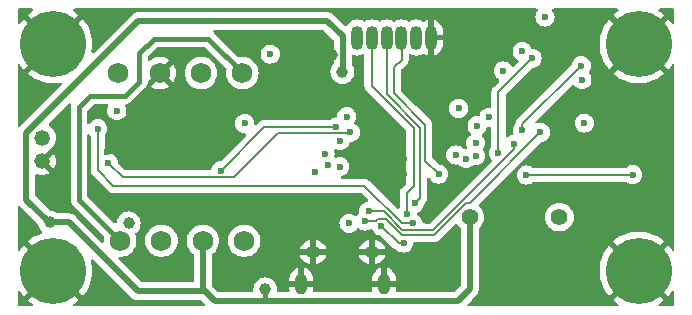
<source format=gbr>
%TF.GenerationSoftware,KiCad,Pcbnew,7.0.1*%
%TF.CreationDate,2023-05-27T07:40:04-07:00*%
%TF.ProjectId,Base-Flight-Computer-Test,42617365-2d46-46c6-9967-68742d436f6d,rev?*%
%TF.SameCoordinates,Original*%
%TF.FileFunction,Copper,L4,Bot*%
%TF.FilePolarity,Positive*%
%FSLAX46Y46*%
G04 Gerber Fmt 4.6, Leading zero omitted, Abs format (unit mm)*
G04 Created by KiCad (PCBNEW 7.0.1) date 2023-05-27 07:40:04*
%MOMM*%
%LPD*%
G01*
G04 APERTURE LIST*
%TA.AperFunction,ComponentPad*%
%ADD10O,1.300000X1.016000*%
%TD*%
%TA.AperFunction,ComponentPad*%
%ADD11O,1.016000X1.778000*%
%TD*%
%TA.AperFunction,ComponentPad*%
%ADD12C,5.588000*%
%TD*%
%TA.AperFunction,ComponentPad*%
%ADD13O,1.016000X2.032000*%
%TD*%
%TA.AperFunction,ComponentPad*%
%ADD14C,1.408000*%
%TD*%
%TA.AperFunction,ComponentPad*%
%ADD15C,1.320800*%
%TD*%
%TA.AperFunction,ComponentPad*%
%ADD16C,1.727200*%
%TD*%
%TA.AperFunction,ViaPad*%
%ADD17C,0.600000*%
%TD*%
%TA.AperFunction,ViaPad*%
%ADD18C,1.000000*%
%TD*%
%TA.AperFunction,Conductor*%
%ADD19C,0.508000*%
%TD*%
%TA.AperFunction,Conductor*%
%ADD20C,0.381000*%
%TD*%
%TA.AperFunction,Conductor*%
%ADD21C,0.177800*%
%TD*%
G04 APERTURE END LIST*
D10*
%TO.P,P2,S1,SHIELD*%
%TO.N,Earth*%
X131454400Y-100525600D03*
X136454400Y-100525600D03*
D11*
%TO.P,P2,S2,SHIELD*%
X130454400Y-103225600D03*
X137454400Y-103225600D03*
%TD*%
D12*
%TO.P,H4,1*%
%TO.N,Earth*%
X109448600Y-102108000D03*
%TD*%
D13*
%TO.P,P3,1,1*%
%TO.N,3.3V*%
X135178000Y-82365000D03*
%TO.P,P3,2,2*%
%TO.N,SWDIO*%
X136428000Y-82365000D03*
%TO.P,P3,3,3*%
%TO.N,SWCLK*%
X137678000Y-82365000D03*
%TO.P,P3,4,4*%
%TO.N,SWO*%
X138928000Y-82365000D03*
%TO.P,P3,5,5*%
%TO.N,NRST*%
X140178000Y-82365000D03*
%TO.P,P3,6,6*%
%TO.N,Earth*%
X141428000Y-82365000D03*
%TD*%
D14*
%TO.P,BZ1,1,-*%
%TO.N,VIN*%
X144703800Y-97561400D03*
%TO.P,BZ1,2,+*%
%TO.N,Net-(BZ1-+)*%
X152303800Y-97561400D03*
%TD*%
D15*
%TO.P,P5,1,5*%
%TO.N,Earth*%
X108508800Y-92837001D03*
%TO.P,P5,2,6*%
%TO.N,Net-(P5-6)*%
X108508800Y-90836999D03*
%TD*%
D12*
%TO.P,H3,1*%
%TO.N,Earth*%
X159004000Y-102108000D03*
%TD*%
D16*
%TO.P,P1,1,5*%
%TO.N,VIN_SW*%
X125467400Y-85372600D03*
%TO.P,P1,2,6*%
%TO.N,Net-(P1A-6)*%
X121967399Y-85372600D03*
%TO.P,P1,3,5*%
%TO.N,Earth*%
X118467399Y-85372600D03*
%TO.P,P1,4,6*%
%TO.N,Net-(P1B-6)*%
X114967398Y-85372600D03*
%TD*%
D12*
%TO.P,H1,1*%
%TO.N,Earth*%
X159004000Y-82931000D03*
%TD*%
D16*
%TO.P,P4,1,5*%
%TO.N,VIN_SW*%
X115112800Y-99568000D03*
%TO.P,P4,2,6*%
%TO.N,Net-(P4A-6)*%
X118612801Y-99568000D03*
%TO.P,P4,3,5*%
%TO.N,VIN*%
X122112801Y-99568000D03*
%TO.P,P4,4,6*%
%TO.N,VIN_SW*%
X125612802Y-99568000D03*
%TD*%
D12*
%TO.P,H2,1*%
%TO.N,Earth*%
X109448600Y-82931000D03*
%TD*%
D17*
%TO.N,Earth*%
X123520200Y-91592400D03*
%TO.N,3.3V*%
X147548600Y-85191600D03*
%TO.N,Earth*%
X154736800Y-87909400D03*
X141147800Y-97891600D03*
X139115800Y-93929200D03*
X139115800Y-92659200D03*
X140690600Y-86156800D03*
X139141200Y-85318600D03*
X136677400Y-91414600D03*
X113969800Y-92075000D03*
X136652000Y-92710000D03*
X137896600Y-93929200D03*
X137845800Y-91414600D03*
X145186400Y-84429600D03*
X136702800Y-93954600D03*
X117779800Y-91617800D03*
D18*
X133045200Y-83820000D03*
D17*
X151028400Y-85725000D03*
X137871200Y-92684600D03*
X139090400Y-91440000D03*
%TO.N,3.3V*%
X127812800Y-83769200D03*
X134493000Y-98094800D03*
X154406600Y-89611200D03*
X131648200Y-93751400D03*
X114833400Y-88569800D03*
X154203400Y-85928200D03*
X143764000Y-88366600D03*
D18*
X115824000Y-98094800D03*
D17*
X151079200Y-80619600D03*
D18*
%TO.N,VIN*%
X133934200Y-85267800D03*
X127406400Y-103682800D03*
X109143800Y-98018600D03*
D17*
%TO.N,DROGUE*%
X134594600Y-90398600D03*
X114122200Y-92989400D03*
%TO.N,MAIN*%
X123621800Y-93649800D03*
X133400800Y-89941400D03*
%TO.N,BOOT*%
X144373600Y-92608400D03*
X149504400Y-94004907D03*
X158496000Y-93980000D03*
%TO.N,SWDIO*%
X139369800Y-97307400D03*
%TO.N,SWCLK*%
X140055600Y-96393000D03*
%TO.N,SWO*%
X142069185Y-93922215D03*
%TO.N,STATUS_B*%
X134289800Y-89052400D03*
X149148800Y-83540600D03*
%TO.N,STATUS_G*%
X149174200Y-90220800D03*
X154152600Y-84734400D03*
%TO.N,STATUS_R*%
X149987000Y-84124800D03*
X147142200Y-92151200D03*
%TO.N,~{FLASH_SS}*%
X132461000Y-92227400D03*
X145338800Y-89814400D03*
%TO.N,USB_DETECT*%
X139115800Y-99771200D03*
X137236200Y-98323400D03*
%TO.N,FLASH_SCK*%
X133731000Y-91084400D03*
X146329400Y-89128600D03*
%TO.N,BP_SCL*%
X135839200Y-97891600D03*
X150698200Y-90398600D03*
%TO.N,BP_SDA*%
X136144000Y-97078800D03*
X148463000Y-91389200D03*
%TO.N,~{MAIN_CONT}*%
X125653800Y-89636600D03*
X143510000Y-92303600D03*
%TO.N,~{DROGUE_CONT}*%
X113207800Y-90093800D03*
X139877800Y-98094800D03*
%TO.N,FLASH_MISO*%
X133705600Y-93294200D03*
X145211800Y-92379800D03*
%TO.N,FLASH_MOSI*%
X145211800Y-91313000D03*
X132689600Y-93167200D03*
%TD*%
D19*
%TO.N,VIN*%
X143713200Y-104673400D02*
X127355600Y-104673400D01*
X122112801Y-103672401D02*
X122275600Y-103835200D01*
X122275600Y-103835200D02*
X116586000Y-103835200D01*
X144703800Y-103682800D02*
X143713200Y-104673400D01*
X133951600Y-82262600D02*
X133951600Y-85250400D01*
X109093000Y-98018600D02*
X107162600Y-96088200D01*
X116586000Y-103835200D02*
X110769400Y-98018600D01*
X107162600Y-96088200D02*
X107162600Y-90474800D01*
X133951600Y-85250400D02*
X133934200Y-85267800D01*
D20*
X127406400Y-104622600D02*
X127355600Y-104673400D01*
D19*
X132664200Y-80975200D02*
X133951600Y-82262600D01*
X109143800Y-98018600D02*
X109093000Y-98018600D01*
X107162600Y-90474800D02*
X116662200Y-80975200D01*
X144703800Y-97561400D02*
X144703800Y-103682800D01*
X110769400Y-98018600D02*
X109143800Y-98018600D01*
X122275600Y-103835200D02*
X123113800Y-104673400D01*
X127355600Y-104673400D02*
X123113800Y-104673400D01*
X116662200Y-80975200D02*
X132664200Y-80975200D01*
D20*
X127406400Y-103682800D02*
X127406400Y-104622600D01*
D19*
X122112801Y-99568000D02*
X122112801Y-103672401D01*
D21*
%TO.N,DROGUE*%
X124731500Y-94191100D02*
X128439900Y-90482700D01*
X134594600Y-90398600D02*
X134510500Y-90482700D01*
X114122200Y-92989400D02*
X115323900Y-94191100D01*
X128439900Y-90482700D02*
X130352800Y-90482700D01*
X115323900Y-94191100D02*
X124731500Y-94191100D01*
X134510500Y-90482700D02*
X130352800Y-90482700D01*
%TO.N,MAIN*%
X123621800Y-93649800D02*
X127330200Y-89941400D01*
X127330200Y-89941400D02*
X133400800Y-89941400D01*
%TO.N,BOOT*%
X158496000Y-93980000D02*
X149504400Y-94004907D01*
%TO.N,SWDIO*%
X139954000Y-94945200D02*
X139954000Y-89992200D01*
X136398000Y-86436200D02*
X136398000Y-82321400D01*
X139369800Y-95529400D02*
X139954000Y-94945200D01*
X139369800Y-97307400D02*
X139369800Y-95529400D01*
X139954000Y-89992200D02*
X136398000Y-86436200D01*
%TO.N,SWCLK*%
X137678000Y-82365000D02*
X137678000Y-87182800D01*
X140512800Y-90017600D02*
X140512800Y-95935800D01*
X137678000Y-87182800D02*
X140512800Y-90017600D01*
X140512800Y-95935800D02*
X140055600Y-96393000D01*
%TO.N,SWO*%
X138277600Y-87096600D02*
X140944600Y-89763600D01*
X138938000Y-82397600D02*
X138938000Y-84226400D01*
X138938000Y-84226400D02*
X138277600Y-84886800D01*
X140944600Y-89763600D02*
X140944600Y-92797630D01*
X138277600Y-84886800D02*
X138277600Y-87096600D01*
X140944600Y-92797630D02*
X142069185Y-93922215D01*
D20*
%TO.N,VIN_SW*%
X115544600Y-87299800D02*
X116738400Y-86106000D01*
X116738400Y-83693000D02*
X117957600Y-82473800D01*
X111633000Y-88265000D02*
X112598200Y-87299800D01*
X122580400Y-82473800D02*
X125476000Y-85369400D01*
X115112800Y-99568000D02*
X111633000Y-96088200D01*
X112598200Y-87299800D02*
X115544600Y-87299800D01*
X111633000Y-96088200D02*
X111633000Y-88265000D01*
X117957600Y-82473800D02*
X122580400Y-82473800D01*
X116738400Y-86106000D02*
X116738400Y-83693000D01*
D21*
%TO.N,STATUS_G*%
X149174200Y-89712800D02*
X154152600Y-84734400D01*
X149174200Y-90220800D02*
X149174200Y-89712800D01*
%TO.N,STATUS_R*%
X147142200Y-92151200D02*
X147142200Y-86969600D01*
X147142200Y-86969600D02*
X149987000Y-84124800D01*
%TO.N,USB_DETECT*%
X137236200Y-98323400D02*
X138684000Y-99771200D01*
X138684000Y-99771200D02*
X139115800Y-99771200D01*
%TO.N,BP_SCL*%
X150698200Y-90398600D02*
X144703800Y-96393000D01*
X136931400Y-97713800D02*
X137591800Y-97713800D01*
X137591800Y-97713800D02*
X138938000Y-99060000D01*
X141706600Y-99060000D02*
X144373600Y-96393000D01*
X136753600Y-97891600D02*
X136931400Y-97713800D01*
X135839200Y-97891600D02*
X136753600Y-97891600D01*
X138938000Y-99060000D02*
X141706600Y-99060000D01*
X144703800Y-96393000D02*
X144373600Y-96393000D01*
%TO.N,BP_SDA*%
X138981074Y-98636100D02*
X141622500Y-98636100D01*
X148463000Y-91795600D02*
X148463000Y-91389200D01*
X137423774Y-97078800D02*
X138981074Y-98636100D01*
X136144000Y-97078800D02*
X137423774Y-97078800D01*
X141622500Y-98636100D02*
X148463000Y-91795600D01*
%TO.N,~{DROGUE_CONT}*%
X135788400Y-94919800D02*
X114528600Y-94919800D01*
X113207800Y-93599000D02*
X113207800Y-90093800D01*
X139877800Y-98094800D02*
X138963400Y-98094800D01*
X114528600Y-94919800D02*
X113207800Y-93599000D01*
X138963400Y-98094800D02*
X135788400Y-94919800D01*
%TD*%
%TA.AperFunction,Conductor*%
%TO.N,Earth*%
G36*
X107701118Y-79922890D02*
G01*
X107746443Y-79967726D01*
X107763499Y-80029157D01*
X107747777Y-80090942D01*
X107703435Y-80136750D01*
X107597340Y-80200584D01*
X107312969Y-80416757D01*
X107300101Y-80428945D01*
X107300101Y-80428947D01*
X109448600Y-82577446D01*
X109448601Y-82577446D01*
X111597097Y-80428947D01*
X111597097Y-80428946D01*
X111584226Y-80416755D01*
X111299859Y-80200584D01*
X111193765Y-80136750D01*
X111149423Y-80090942D01*
X111133701Y-80029157D01*
X111150757Y-79967726D01*
X111196082Y-79922890D01*
X111257694Y-79906500D01*
X150349546Y-79906500D01*
X150405841Y-79920015D01*
X150449864Y-79957615D01*
X150472019Y-80011102D01*
X150467477Y-80068818D01*
X150448751Y-80099375D01*
X150450523Y-80100489D01*
X150443090Y-80112317D01*
X150443089Y-80112319D01*
X150427738Y-80136750D01*
X150346157Y-80266584D01*
X150285982Y-80438555D01*
X150265583Y-80619600D01*
X150285982Y-80800644D01*
X150285982Y-80800646D01*
X150285983Y-80800647D01*
X150346157Y-80972615D01*
X150443089Y-81126881D01*
X150571919Y-81255711D01*
X150726185Y-81352643D01*
X150898153Y-81412817D01*
X151079200Y-81433216D01*
X151260247Y-81412817D01*
X151432215Y-81352643D01*
X151586481Y-81255711D01*
X151715311Y-81126881D01*
X151812243Y-80972615D01*
X151872417Y-80800647D01*
X151892816Y-80619600D01*
X151872417Y-80438553D01*
X151812243Y-80266585D01*
X151715311Y-80112319D01*
X151715309Y-80112317D01*
X151707877Y-80100489D01*
X151709648Y-80099375D01*
X151690923Y-80068818D01*
X151686381Y-80011102D01*
X151708536Y-79957615D01*
X151752559Y-79920015D01*
X151808854Y-79906500D01*
X157194906Y-79906500D01*
X157256518Y-79922890D01*
X157301843Y-79967726D01*
X157318899Y-80029157D01*
X157303177Y-80090942D01*
X157258835Y-80136750D01*
X157152740Y-80200584D01*
X156868369Y-80416757D01*
X156855501Y-80428945D01*
X156855501Y-80428947D01*
X159004000Y-82577446D01*
X159004001Y-82577446D01*
X161152497Y-80428947D01*
X161152497Y-80428946D01*
X161139626Y-80416755D01*
X160855259Y-80200584D01*
X160749165Y-80136750D01*
X160704823Y-80090942D01*
X160689101Y-80029157D01*
X160706157Y-79967726D01*
X160751482Y-79922890D01*
X160813094Y-79906500D01*
X161904500Y-79906500D01*
X161966500Y-79923113D01*
X162011887Y-79968500D01*
X162028500Y-80030500D01*
X162028500Y-81118256D01*
X162012771Y-81178698D01*
X161969576Y-81223808D01*
X161909871Y-81242140D01*
X161848804Y-81229044D01*
X161801867Y-81187843D01*
X161630185Y-80934631D01*
X161503301Y-80785252D01*
X161503300Y-80785251D01*
X159357553Y-82931000D01*
X159357553Y-82931001D01*
X161503300Y-85076746D01*
X161503301Y-85076746D01*
X161630184Y-84927368D01*
X161801867Y-84674156D01*
X161848804Y-84632955D01*
X161909872Y-84619859D01*
X161969576Y-84638191D01*
X162012771Y-84683301D01*
X162028500Y-84743743D01*
X162028500Y-100295256D01*
X162012771Y-100355698D01*
X161969576Y-100400808D01*
X161909871Y-100419140D01*
X161848804Y-100406044D01*
X161801867Y-100364843D01*
X161630185Y-100111631D01*
X161503301Y-99962252D01*
X161503300Y-99962251D01*
X159357553Y-102108000D01*
X159357553Y-102108001D01*
X161503300Y-104253746D01*
X161503301Y-104253746D01*
X161630184Y-104104368D01*
X161801867Y-103851156D01*
X161848804Y-103809955D01*
X161909872Y-103796859D01*
X161969576Y-103815191D01*
X162012771Y-103860301D01*
X162028500Y-103920743D01*
X162028500Y-105008500D01*
X162011887Y-105070500D01*
X161966500Y-105115887D01*
X161904500Y-105132500D01*
X160813094Y-105132500D01*
X160751482Y-105116110D01*
X160706157Y-105071274D01*
X160689101Y-105009843D01*
X160704823Y-104948058D01*
X160749165Y-104902250D01*
X160855259Y-104838415D01*
X161139626Y-104622244D01*
X161152497Y-104610052D01*
X161152497Y-104610051D01*
X159004001Y-102461553D01*
X159004000Y-102461553D01*
X156855501Y-104610051D01*
X156855501Y-104610052D01*
X156868373Y-104622244D01*
X157152740Y-104838415D01*
X157258835Y-104902250D01*
X157303177Y-104948058D01*
X157318899Y-105009843D01*
X157301843Y-105071274D01*
X157256518Y-105116110D01*
X157194906Y-105132500D01*
X144631799Y-105132500D01*
X144575504Y-105118985D01*
X144531481Y-105081385D01*
X144509326Y-105027898D01*
X144513868Y-104970182D01*
X144544118Y-104920819D01*
X144867237Y-104597700D01*
X145197304Y-104267632D01*
X145210929Y-104255857D01*
X145230622Y-104241198D01*
X145263039Y-104202562D01*
X145270327Y-104194609D01*
X145274373Y-104190565D01*
X145293951Y-104165802D01*
X145296155Y-104163097D01*
X145345196Y-104104653D01*
X145345198Y-104104647D01*
X145345926Y-104103781D01*
X145356718Y-104086841D01*
X145357192Y-104085822D01*
X145357195Y-104085820D01*
X145389419Y-104016711D01*
X145390978Y-104013493D01*
X145425194Y-103945366D01*
X145425195Y-103945361D01*
X145425703Y-103944350D01*
X145432294Y-103925389D01*
X145432523Y-103924275D01*
X145432525Y-103924273D01*
X145447945Y-103849585D01*
X145448714Y-103846120D01*
X145466300Y-103771923D01*
X145466300Y-103771920D01*
X145466558Y-103770831D01*
X145468601Y-103750838D01*
X145468568Y-103749712D01*
X145468569Y-103749709D01*
X145466351Y-103673510D01*
X145466300Y-103669906D01*
X145466300Y-102107999D01*
X155705161Y-102107999D01*
X155724499Y-102464660D01*
X155782288Y-102817158D01*
X155877845Y-103161325D01*
X156010055Y-103493147D01*
X156177364Y-103808724D01*
X156377819Y-104104374D01*
X156504697Y-104253746D01*
X156504698Y-104253747D01*
X158650446Y-102108001D01*
X158650446Y-102108000D01*
X156504698Y-99962251D01*
X156504697Y-99962252D01*
X156377819Y-100111625D01*
X156177364Y-100407275D01*
X156010055Y-100722852D01*
X155877845Y-101054674D01*
X155782288Y-101398841D01*
X155724499Y-101751339D01*
X155705161Y-102107999D01*
X145466300Y-102107999D01*
X145466300Y-99605947D01*
X156855501Y-99605947D01*
X159004000Y-101754446D01*
X159004001Y-101754446D01*
X161152497Y-99605947D01*
X161152497Y-99605946D01*
X161139626Y-99593755D01*
X160855259Y-99377584D01*
X160549201Y-99193435D01*
X160225028Y-99043457D01*
X159886533Y-98929404D01*
X159537692Y-98852619D01*
X159182596Y-98814000D01*
X158825404Y-98814000D01*
X158470307Y-98852619D01*
X158121466Y-98929404D01*
X157782971Y-99043457D01*
X157458798Y-99193435D01*
X157152740Y-99377584D01*
X156868369Y-99593757D01*
X156855501Y-99605945D01*
X156855501Y-99605947D01*
X145466300Y-99605947D01*
X145466300Y-98564996D01*
X145475739Y-98517543D01*
X145502619Y-98477315D01*
X145564548Y-98415386D01*
X145636177Y-98343757D01*
X145757867Y-98169966D01*
X145847530Y-97977684D01*
X145902441Y-97772753D01*
X145920932Y-97561400D01*
X151086667Y-97561400D01*
X151105158Y-97772750D01*
X151160070Y-97977685D01*
X151184121Y-98029261D01*
X151249733Y-98169966D01*
X151371423Y-98343757D01*
X151521443Y-98493777D01*
X151695234Y-98615467D01*
X151887516Y-98705130D01*
X152092447Y-98760041D01*
X152303800Y-98778532D01*
X152515153Y-98760041D01*
X152720084Y-98705130D01*
X152912366Y-98615467D01*
X153086157Y-98493777D01*
X153236177Y-98343757D01*
X153357867Y-98169966D01*
X153447530Y-97977684D01*
X153502441Y-97772753D01*
X153520932Y-97561400D01*
X153502441Y-97350047D01*
X153447530Y-97145116D01*
X153357867Y-96952834D01*
X153236177Y-96779043D01*
X153086157Y-96629023D01*
X152912366Y-96507333D01*
X152799231Y-96454577D01*
X152720085Y-96417670D01*
X152515150Y-96362758D01*
X152303800Y-96344267D01*
X152092449Y-96362758D01*
X151887514Y-96417670D01*
X151695236Y-96507332D01*
X151695234Y-96507333D01*
X151521443Y-96629023D01*
X151521439Y-96629026D01*
X151371426Y-96779039D01*
X151371423Y-96779042D01*
X151371423Y-96779043D01*
X151286531Y-96900282D01*
X151249732Y-96952836D01*
X151160070Y-97145114D01*
X151105158Y-97350049D01*
X151086667Y-97561400D01*
X145920932Y-97561400D01*
X145902441Y-97350047D01*
X145847530Y-97145116D01*
X145757867Y-96952834D01*
X145636177Y-96779043D01*
X145487073Y-96629939D01*
X145454979Y-96574352D01*
X145454979Y-96510164D01*
X145487073Y-96454577D01*
X147936744Y-94004906D01*
X148690783Y-94004906D01*
X148711182Y-94185951D01*
X148711182Y-94185953D01*
X148711183Y-94185954D01*
X148771357Y-94357922D01*
X148868289Y-94512188D01*
X148997119Y-94641018D01*
X149151385Y-94737950D01*
X149323353Y-94798124D01*
X149504400Y-94818523D01*
X149685447Y-94798124D01*
X149857415Y-94737950D01*
X150011681Y-94641018D01*
X150015726Y-94636972D01*
X150055798Y-94610156D01*
X150103066Y-94600650D01*
X157899959Y-94579052D01*
X157947592Y-94588425D01*
X157987979Y-94615371D01*
X157988719Y-94616111D01*
X158142985Y-94713043D01*
X158314953Y-94773217D01*
X158496000Y-94793616D01*
X158677047Y-94773217D01*
X158849015Y-94713043D01*
X159003281Y-94616111D01*
X159132111Y-94487281D01*
X159229043Y-94333015D01*
X159289217Y-94161047D01*
X159309616Y-93980000D01*
X159289217Y-93798953D01*
X159229043Y-93626985D01*
X159132111Y-93472719D01*
X159003281Y-93343889D01*
X158849015Y-93246957D01*
X158677047Y-93186783D01*
X158677046Y-93186782D01*
X158677044Y-93186782D01*
X158496000Y-93166383D01*
X158314955Y-93186782D01*
X158142984Y-93246957D01*
X158080683Y-93286104D01*
X157992614Y-93341442D01*
X157988716Y-93343891D01*
X157984668Y-93347939D01*
X157944599Y-93374751D01*
X157897333Y-93384255D01*
X150100443Y-93405853D01*
X150052806Y-93396480D01*
X150012419Y-93369534D01*
X150011682Y-93368797D01*
X150011681Y-93368796D01*
X149857415Y-93271864D01*
X149685447Y-93211690D01*
X149685446Y-93211689D01*
X149685444Y-93211689D01*
X149504400Y-93191290D01*
X149323355Y-93211689D01*
X149151384Y-93271864D01*
X148997117Y-93368797D01*
X148868290Y-93497624D01*
X148771357Y-93651891D01*
X148711182Y-93823862D01*
X148690783Y-94004906D01*
X147936744Y-94004906D01*
X148055502Y-93886148D01*
X150702723Y-91238927D01*
X150736600Y-91214891D01*
X150776518Y-91203391D01*
X150879247Y-91191817D01*
X151051215Y-91131643D01*
X151205481Y-91034711D01*
X151334311Y-90905881D01*
X151431243Y-90751615D01*
X151491417Y-90579647D01*
X151511816Y-90398600D01*
X151491417Y-90217553D01*
X151431243Y-90045585D01*
X151334311Y-89891319D01*
X151205481Y-89762489D01*
X151051215Y-89665557D01*
X150895871Y-89611200D01*
X153592983Y-89611200D01*
X153613382Y-89792244D01*
X153613382Y-89792246D01*
X153613383Y-89792247D01*
X153673557Y-89964215D01*
X153770489Y-90118481D01*
X153899319Y-90247311D01*
X154053585Y-90344243D01*
X154225553Y-90404417D01*
X154406600Y-90424816D01*
X154587647Y-90404417D01*
X154759615Y-90344243D01*
X154913881Y-90247311D01*
X155042711Y-90118481D01*
X155139643Y-89964215D01*
X155199817Y-89792247D01*
X155220216Y-89611200D01*
X155199817Y-89430153D01*
X155139643Y-89258185D01*
X155042711Y-89103919D01*
X154913881Y-88975089D01*
X154759615Y-88878157D01*
X154587647Y-88817983D01*
X154587646Y-88817982D01*
X154587644Y-88817982D01*
X154406600Y-88797583D01*
X154225555Y-88817982D01*
X154053584Y-88878157D01*
X153899317Y-88975090D01*
X153770490Y-89103917D01*
X153673557Y-89258184D01*
X153613382Y-89430155D01*
X153592983Y-89611200D01*
X150895871Y-89611200D01*
X150879247Y-89605383D01*
X150879246Y-89605382D01*
X150879244Y-89605382D01*
X150698200Y-89584983D01*
X150517154Y-89605382D01*
X150428967Y-89636240D01*
X150363139Y-89640678D01*
X150304353Y-89610724D01*
X150269252Y-89554860D01*
X150267772Y-89488900D01*
X150300330Y-89431519D01*
X153352800Y-86379049D01*
X153399524Y-86349690D01*
X153454363Y-86343512D01*
X153506451Y-86361738D01*
X153545471Y-86400758D01*
X153567289Y-86435481D01*
X153696119Y-86564311D01*
X153850385Y-86661243D01*
X154022353Y-86721417D01*
X154203400Y-86741816D01*
X154384447Y-86721417D01*
X154556415Y-86661243D01*
X154710681Y-86564311D01*
X154839511Y-86435481D01*
X154936443Y-86281215D01*
X154996617Y-86109247D01*
X155017016Y-85928200D01*
X154996617Y-85747153D01*
X154936443Y-85575185D01*
X154847135Y-85433052D01*
X156855501Y-85433052D01*
X156868373Y-85445244D01*
X157152740Y-85661415D01*
X157458798Y-85845564D01*
X157782971Y-85995542D01*
X158121466Y-86109595D01*
X158470307Y-86186380D01*
X158825404Y-86225000D01*
X159182596Y-86225000D01*
X159537692Y-86186380D01*
X159886533Y-86109595D01*
X160225028Y-85995542D01*
X160549201Y-85845564D01*
X160855259Y-85661415D01*
X161139626Y-85445244D01*
X161152497Y-85433052D01*
X161152497Y-85433051D01*
X159004001Y-83284553D01*
X159004000Y-83284553D01*
X156855501Y-85433051D01*
X156855501Y-85433052D01*
X154847135Y-85433052D01*
X154839511Y-85420919D01*
X154809072Y-85390480D01*
X154779711Y-85343753D01*
X154773533Y-85288915D01*
X154791757Y-85236831D01*
X154885643Y-85087415D01*
X154945817Y-84915447D01*
X154966216Y-84734400D01*
X154945817Y-84553353D01*
X154885643Y-84381385D01*
X154788711Y-84227119D01*
X154659881Y-84098289D01*
X154505615Y-84001357D01*
X154333647Y-83941183D01*
X154333646Y-83941182D01*
X154333644Y-83941182D01*
X154152600Y-83920783D01*
X153971555Y-83941182D01*
X153799584Y-84001357D01*
X153645317Y-84098290D01*
X153516490Y-84227117D01*
X153419557Y-84381384D01*
X153359382Y-84553355D01*
X153347808Y-84656081D01*
X153336308Y-84695999D01*
X153312269Y-84729878D01*
X148785212Y-89256935D01*
X148773021Y-89267627D01*
X148748130Y-89286727D01*
X148664678Y-89395483D01*
X148664679Y-89395484D01*
X148652372Y-89411523D01*
X148592177Y-89556847D01*
X148582117Y-89633254D01*
X148570391Y-89671910D01*
X148546862Y-89704746D01*
X148538089Y-89713519D01*
X148441157Y-89867784D01*
X148380982Y-90039755D01*
X148360583Y-90220799D01*
X148380982Y-90401844D01*
X148380982Y-90401846D01*
X148380983Y-90401847D01*
X148384862Y-90412934D01*
X148391226Y-90431119D01*
X148397404Y-90485956D01*
X148379179Y-90538043D01*
X148340159Y-90577065D01*
X148288072Y-90595293D01*
X148281955Y-90595982D01*
X148109984Y-90656157D01*
X147955717Y-90753090D01*
X147951281Y-90757527D01*
X147901918Y-90787777D01*
X147844202Y-90792319D01*
X147790715Y-90770164D01*
X147753115Y-90726141D01*
X147739600Y-90669846D01*
X147739600Y-87268413D01*
X147749039Y-87220960D01*
X147775919Y-87180732D01*
X148871768Y-86084883D01*
X149991523Y-84965127D01*
X150025400Y-84941091D01*
X150065318Y-84929591D01*
X150168047Y-84918017D01*
X150340015Y-84857843D01*
X150494281Y-84760911D01*
X150623111Y-84632081D01*
X150720043Y-84477815D01*
X150780217Y-84305847D01*
X150800616Y-84124800D01*
X150780217Y-83943753D01*
X150720043Y-83771785D01*
X150623111Y-83617519D01*
X150494281Y-83488689D01*
X150340015Y-83391757D01*
X150168047Y-83331583D01*
X150168046Y-83331582D01*
X150168044Y-83331582D01*
X149999975Y-83312645D01*
X149936546Y-83286372D01*
X149896818Y-83230380D01*
X149881844Y-83187587D01*
X149847601Y-83133090D01*
X149784911Y-83033319D01*
X149682592Y-82931000D01*
X155705161Y-82931000D01*
X155724499Y-83287660D01*
X155782288Y-83640158D01*
X155877845Y-83984325D01*
X156010055Y-84316147D01*
X156177364Y-84631724D01*
X156377819Y-84927374D01*
X156504697Y-85076746D01*
X156504698Y-85076747D01*
X158650446Y-82931001D01*
X158650446Y-82931000D01*
X156504698Y-80785251D01*
X156504697Y-80785252D01*
X156377819Y-80934625D01*
X156177364Y-81230275D01*
X156010055Y-81545852D01*
X155877845Y-81877674D01*
X155782288Y-82221841D01*
X155724499Y-82574339D01*
X155705161Y-82931000D01*
X149682592Y-82931000D01*
X149656081Y-82904489D01*
X149501815Y-82807557D01*
X149329847Y-82747383D01*
X149329846Y-82747382D01*
X149329844Y-82747382D01*
X149148800Y-82726983D01*
X148967755Y-82747382D01*
X148795784Y-82807557D01*
X148641517Y-82904490D01*
X148512690Y-83033317D01*
X148415757Y-83187584D01*
X148355582Y-83359555D01*
X148335183Y-83540600D01*
X148355582Y-83721644D01*
X148355582Y-83721646D01*
X148355583Y-83721647D01*
X148415757Y-83893615D01*
X148512689Y-84047881D01*
X148641519Y-84176711D01*
X148785431Y-84267137D01*
X148824450Y-84306156D01*
X148842676Y-84358244D01*
X148836498Y-84413083D01*
X148807137Y-84459809D01*
X148448207Y-84818739D01*
X148401481Y-84848099D01*
X148346643Y-84854278D01*
X148294554Y-84836052D01*
X148255532Y-84797030D01*
X148232837Y-84760911D01*
X148184711Y-84684319D01*
X148055881Y-84555489D01*
X147901615Y-84458557D01*
X147729647Y-84398383D01*
X147729646Y-84398382D01*
X147729644Y-84398382D01*
X147548600Y-84377983D01*
X147367555Y-84398382D01*
X147195584Y-84458557D01*
X147041317Y-84555490D01*
X146912490Y-84684317D01*
X146815557Y-84838584D01*
X146755382Y-85010555D01*
X146734983Y-85191599D01*
X146755382Y-85372644D01*
X146755382Y-85372646D01*
X146755383Y-85372647D01*
X146815557Y-85544615D01*
X146912489Y-85698881D01*
X147041319Y-85827711D01*
X147154030Y-85898532D01*
X147193052Y-85937554D01*
X147211278Y-85989643D01*
X147205100Y-86044481D01*
X147175739Y-86091207D01*
X146753212Y-86513735D01*
X146741021Y-86524427D01*
X146716130Y-86543527D01*
X146628523Y-86657698D01*
X146628523Y-86657700D01*
X146620371Y-86668323D01*
X146620372Y-86668323D01*
X146560177Y-86813647D01*
X146539644Y-86969600D01*
X146543739Y-87000698D01*
X146544800Y-87016883D01*
X146544800Y-88200497D01*
X146525794Y-88266469D01*
X146474602Y-88312217D01*
X146406917Y-88323717D01*
X146329400Y-88314983D01*
X146148355Y-88335382D01*
X145976384Y-88395557D01*
X145822117Y-88492490D01*
X145693290Y-88621317D01*
X145596355Y-88775587D01*
X145543435Y-88926823D01*
X145514075Y-88973549D01*
X145467349Y-89002909D01*
X145412511Y-89009088D01*
X145338800Y-89000783D01*
X145157755Y-89021182D01*
X144985784Y-89081357D01*
X144831517Y-89178290D01*
X144702690Y-89307117D01*
X144605757Y-89461384D01*
X144545582Y-89633355D01*
X144525183Y-89814400D01*
X144545582Y-89995444D01*
X144545582Y-89995446D01*
X144545583Y-89995447D01*
X144605757Y-90167415D01*
X144679401Y-90284619D01*
X144702690Y-90321682D01*
X144811587Y-90430579D01*
X144840947Y-90477305D01*
X144847126Y-90532143D01*
X144828900Y-90584231D01*
X144789879Y-90623253D01*
X144704518Y-90676889D01*
X144575690Y-90805717D01*
X144478757Y-90959984D01*
X144418582Y-91131955D01*
X144398183Y-91312999D01*
X144418582Y-91494044D01*
X144418582Y-91494046D01*
X144418583Y-91494047D01*
X144452746Y-91591681D01*
X144466762Y-91631735D01*
X144472940Y-91686573D01*
X144454714Y-91738661D01*
X144415692Y-91777683D01*
X144363604Y-91795909D01*
X144227107Y-91811289D01*
X144172269Y-91805111D01*
X144125542Y-91775750D01*
X144017282Y-91667490D01*
X144017281Y-91667489D01*
X143863015Y-91570557D01*
X143691047Y-91510383D01*
X143691046Y-91510382D01*
X143691044Y-91510382D01*
X143510000Y-91489983D01*
X143328955Y-91510382D01*
X143156984Y-91570557D01*
X143002717Y-91667490D01*
X142873890Y-91796317D01*
X142776957Y-91950584D01*
X142716782Y-92122555D01*
X142696383Y-92303600D01*
X142716782Y-92484644D01*
X142716782Y-92484646D01*
X142716783Y-92484647D01*
X142776957Y-92656615D01*
X142873889Y-92810881D01*
X143002719Y-92939711D01*
X143156985Y-93036643D01*
X143328953Y-93096817D01*
X143449651Y-93110416D01*
X143509999Y-93117216D01*
X143509999Y-93117215D01*
X143510000Y-93117216D01*
X143656493Y-93100710D01*
X143711330Y-93106888D01*
X143758057Y-93136248D01*
X143866319Y-93244511D01*
X144020585Y-93341443D01*
X144192553Y-93401617D01*
X144373600Y-93422016D01*
X144554647Y-93401617D01*
X144726615Y-93341443D01*
X144880881Y-93244511D01*
X144918086Y-93207304D01*
X144964812Y-93177945D01*
X145019651Y-93171766D01*
X145030752Y-93173016D01*
X145030753Y-93173017D01*
X145211800Y-93193416D01*
X145392847Y-93173017D01*
X145564815Y-93112843D01*
X145719081Y-93015911D01*
X145847911Y-92887081D01*
X145944843Y-92732815D01*
X146005017Y-92560847D01*
X146025416Y-92379800D01*
X146005017Y-92198753D01*
X145944843Y-92026785D01*
X145872951Y-91912370D01*
X145853945Y-91846400D01*
X145872951Y-91780429D01*
X145944843Y-91666015D01*
X146005017Y-91494047D01*
X146025416Y-91313000D01*
X146005017Y-91131953D01*
X145944843Y-90959985D01*
X145847911Y-90805719D01*
X145739012Y-90696820D01*
X145709651Y-90650093D01*
X145703473Y-90595255D01*
X145721699Y-90543167D01*
X145760717Y-90504148D01*
X145846081Y-90450511D01*
X145974911Y-90321681D01*
X146071843Y-90167415D01*
X146124764Y-90016172D01*
X146154122Y-89969450D01*
X146200849Y-89940089D01*
X146255688Y-89933911D01*
X146329400Y-89942216D01*
X146406917Y-89933483D01*
X146474602Y-89944983D01*
X146525794Y-89990731D01*
X146544800Y-90056703D01*
X146544800Y-91553846D01*
X146535361Y-91601299D01*
X146508481Y-91641527D01*
X146506090Y-91643917D01*
X146409157Y-91798184D01*
X146348982Y-91970155D01*
X146328583Y-92151200D01*
X146348982Y-92332244D01*
X146348982Y-92332246D01*
X146348983Y-92332247D01*
X146409157Y-92504215D01*
X146505843Y-92658090D01*
X146506090Y-92658482D01*
X146542997Y-92695389D01*
X146575091Y-92750976D01*
X146575091Y-92815164D01*
X146542997Y-92870751D01*
X141411368Y-98002381D01*
X141371140Y-98029261D01*
X141323687Y-98038700D01*
X140795908Y-98038700D01*
X140737966Y-98024330D01*
X140693454Y-97984551D01*
X140672688Y-97928582D01*
X140671017Y-97913755D01*
X140671017Y-97913753D01*
X140610843Y-97741785D01*
X140513911Y-97587519D01*
X140385081Y-97458689D01*
X140335212Y-97427354D01*
X140271480Y-97387308D01*
X140225733Y-97336116D01*
X140214233Y-97268431D01*
X140240506Y-97205002D01*
X140296496Y-97165274D01*
X140408615Y-97126043D01*
X140562881Y-97029111D01*
X140691711Y-96900281D01*
X140788643Y-96746015D01*
X140848817Y-96574047D01*
X140860391Y-96471317D01*
X140871891Y-96431399D01*
X140895927Y-96397522D01*
X140901792Y-96391657D01*
X140913982Y-96380968D01*
X140938871Y-96361871D01*
X141034628Y-96237077D01*
X141094823Y-96091753D01*
X141100158Y-96051228D01*
X141115355Y-95935800D01*
X141111261Y-95904702D01*
X141110200Y-95888517D01*
X141110200Y-94346059D01*
X141126352Y-94284864D01*
X141170600Y-94239611D01*
X141231417Y-94222090D01*
X141292959Y-94236865D01*
X141339193Y-94280086D01*
X141433074Y-94429496D01*
X141561904Y-94558326D01*
X141716170Y-94655258D01*
X141888138Y-94715432D01*
X142069185Y-94735831D01*
X142250232Y-94715432D01*
X142422200Y-94655258D01*
X142576466Y-94558326D01*
X142705296Y-94429496D01*
X142802228Y-94275230D01*
X142862402Y-94103262D01*
X142882801Y-93922215D01*
X142882741Y-93921686D01*
X142869198Y-93801482D01*
X142862402Y-93741168D01*
X142802228Y-93569200D01*
X142705296Y-93414934D01*
X142576466Y-93286104D01*
X142422200Y-93189172D01*
X142250232Y-93128998D01*
X142250231Y-93128997D01*
X142250229Y-93128997D01*
X142147501Y-93117422D01*
X142107583Y-93105922D01*
X142073704Y-93081883D01*
X141578319Y-92586498D01*
X141551439Y-92546270D01*
X141542000Y-92498817D01*
X141542000Y-89810888D01*
X141543061Y-89794702D01*
X141543621Y-89790447D01*
X141547156Y-89763600D01*
X141526623Y-89607647D01*
X141466428Y-89462323D01*
X141394713Y-89368861D01*
X141394711Y-89368859D01*
X141370671Y-89337529D01*
X141345780Y-89318429D01*
X141333588Y-89307736D01*
X140392452Y-88366600D01*
X142950383Y-88366600D01*
X142970782Y-88547644D01*
X142970782Y-88547646D01*
X142970783Y-88547647D01*
X143030957Y-88719615D01*
X143127889Y-88873881D01*
X143256719Y-89002711D01*
X143410985Y-89099643D01*
X143582953Y-89159817D01*
X143764000Y-89180216D01*
X143945047Y-89159817D01*
X144117015Y-89099643D01*
X144271281Y-89002711D01*
X144400111Y-88873881D01*
X144497043Y-88719615D01*
X144557217Y-88547647D01*
X144577616Y-88366600D01*
X144557217Y-88185553D01*
X144497043Y-88013585D01*
X144400111Y-87859319D01*
X144271281Y-87730489D01*
X144117015Y-87633557D01*
X143945047Y-87573383D01*
X143945046Y-87573382D01*
X143945044Y-87573382D01*
X143764000Y-87552983D01*
X143582955Y-87573382D01*
X143410984Y-87633557D01*
X143256717Y-87730490D01*
X143127890Y-87859317D01*
X143030957Y-88013584D01*
X142970782Y-88185555D01*
X142950383Y-88366600D01*
X140392452Y-88366600D01*
X140152079Y-88126227D01*
X138911318Y-86885467D01*
X138884439Y-86845240D01*
X138875000Y-86797787D01*
X138875000Y-85185613D01*
X138884439Y-85138160D01*
X138911319Y-85097932D01*
X139093807Y-84915444D01*
X139326996Y-84682254D01*
X139339186Y-84671565D01*
X139364071Y-84652471D01*
X139426302Y-84571370D01*
X139459828Y-84527677D01*
X139520023Y-84382353D01*
X139540556Y-84226400D01*
X139536460Y-84195295D01*
X139535400Y-84179110D01*
X139535400Y-83889001D01*
X139551509Y-83827882D01*
X139595651Y-83782643D01*
X139656357Y-83765038D01*
X139717852Y-83779642D01*
X139787120Y-83816667D01*
X139978731Y-83874792D01*
X140178000Y-83894418D01*
X140377269Y-83874792D01*
X140568880Y-83816667D01*
X140745469Y-83722278D01*
X140745475Y-83722273D01*
X140753561Y-83717951D01*
X140812015Y-83703309D01*
X140870468Y-83717951D01*
X141040389Y-83808776D01*
X141177998Y-83850519D01*
X141178000Y-83850519D01*
X141178000Y-83096558D01*
X141178597Y-83084404D01*
X141194500Y-82922934D01*
X141194500Y-82615000D01*
X141678000Y-82615000D01*
X141678000Y-83850519D01*
X141678001Y-83850519D01*
X141815610Y-83808776D01*
X141990722Y-83715176D01*
X142144212Y-83589212D01*
X142270176Y-83435722D01*
X142363776Y-83260611D01*
X142421414Y-83070604D01*
X142436000Y-82922518D01*
X142436000Y-82615000D01*
X141678000Y-82615000D01*
X141194500Y-82615000D01*
X141194500Y-82115000D01*
X141678000Y-82115000D01*
X142436000Y-82115000D01*
X142436000Y-81807482D01*
X142421414Y-81659395D01*
X142363776Y-81469388D01*
X142270176Y-81294277D01*
X142144212Y-81140787D01*
X141990722Y-81014823D01*
X141815610Y-80921223D01*
X141678001Y-80879480D01*
X141678000Y-80879481D01*
X141678000Y-82115000D01*
X141194500Y-82115000D01*
X141194500Y-81807066D01*
X141178597Y-81645596D01*
X141178000Y-81633442D01*
X141178000Y-80879481D01*
X141177998Y-80879480D01*
X141040389Y-80921223D01*
X140870468Y-81012048D01*
X140812015Y-81026690D01*
X140753561Y-81012048D01*
X140745471Y-81007724D01*
X140745469Y-81007722D01*
X140568880Y-80913333D01*
X140457286Y-80879481D01*
X140377270Y-80855208D01*
X140178000Y-80835582D01*
X139978729Y-80855208D01*
X139787119Y-80913332D01*
X139611453Y-81007228D01*
X139553000Y-81021870D01*
X139494547Y-81007228D01*
X139318880Y-80913332D01*
X139127270Y-80855208D01*
X138928000Y-80835582D01*
X138728729Y-80855208D01*
X138537119Y-80913332D01*
X138361453Y-81007228D01*
X138303000Y-81021870D01*
X138244547Y-81007228D01*
X138068880Y-80913332D01*
X137877270Y-80855208D01*
X137678000Y-80835582D01*
X137478729Y-80855208D01*
X137287119Y-80913332D01*
X137111453Y-81007228D01*
X137053000Y-81021870D01*
X136994547Y-81007228D01*
X136818880Y-80913332D01*
X136627270Y-80855208D01*
X136428000Y-80835582D01*
X136228729Y-80855208D01*
X136037119Y-80913332D01*
X135861453Y-81007228D01*
X135803000Y-81021870D01*
X135744547Y-81007228D01*
X135568880Y-80913332D01*
X135377270Y-80855208D01*
X135178000Y-80835582D01*
X134978729Y-80855208D01*
X134787119Y-80913332D01*
X134610532Y-81007721D01*
X134455747Y-81134747D01*
X134328720Y-81289533D01*
X134312840Y-81319241D01*
X134274882Y-81362166D01*
X134221677Y-81383442D01*
X134164587Y-81378525D01*
X134115803Y-81348465D01*
X133249037Y-80481699D01*
X133237255Y-80468066D01*
X133222597Y-80448377D01*
X133183973Y-80415968D01*
X133175993Y-80408655D01*
X133171966Y-80404628D01*
X133171965Y-80404627D01*
X133147217Y-80385059D01*
X133144473Y-80382824D01*
X133086053Y-80333804D01*
X133086051Y-80333803D01*
X133085185Y-80333076D01*
X133068236Y-80322278D01*
X132998114Y-80289580D01*
X132994868Y-80288008D01*
X132925765Y-80253303D01*
X132906776Y-80246702D01*
X132831041Y-80231064D01*
X132827523Y-80230284D01*
X132752232Y-80212441D01*
X132732238Y-80210398D01*
X132664905Y-80212357D01*
X132654910Y-80212648D01*
X132651306Y-80212700D01*
X116726782Y-80212700D01*
X116708812Y-80211391D01*
X116684527Y-80207834D01*
X116634306Y-80212228D01*
X116623499Y-80212700D01*
X116617787Y-80212700D01*
X116586456Y-80216361D01*
X116582874Y-80216727D01*
X116505842Y-80223467D01*
X116486211Y-80227819D01*
X116485158Y-80228201D01*
X116485158Y-80228202D01*
X116434952Y-80246475D01*
X116413521Y-80254275D01*
X116410116Y-80255458D01*
X116336699Y-80279786D01*
X116318595Y-80288551D01*
X116253979Y-80331049D01*
X116250940Y-80332985D01*
X116185102Y-80373596D01*
X116169503Y-80386303D01*
X116116429Y-80442557D01*
X116113917Y-80445143D01*
X112893929Y-83665131D01*
X112840714Y-83696564D01*
X112778936Y-83698405D01*
X112723944Y-83670197D01*
X112689398Y-83618948D01*
X112683881Y-83557389D01*
X112728100Y-83287660D01*
X112747438Y-82931000D01*
X112728100Y-82574339D01*
X112670311Y-82221841D01*
X112574754Y-81877674D01*
X112442544Y-81545852D01*
X112275235Y-81230275D01*
X112074780Y-80934625D01*
X111947901Y-80785252D01*
X111947900Y-80785251D01*
X109448600Y-83284553D01*
X107300101Y-85433051D01*
X107300101Y-85433052D01*
X107312973Y-85445244D01*
X107597340Y-85661415D01*
X107903398Y-85845564D01*
X108227571Y-85995542D01*
X108566066Y-86109595D01*
X108914907Y-86186380D01*
X109270004Y-86225000D01*
X109627196Y-86225000D01*
X109982287Y-86186381D01*
X110068544Y-86167394D01*
X110131598Y-86169957D01*
X110185225Y-86203220D01*
X110215537Y-86258569D01*
X110214682Y-86321668D01*
X110182883Y-86376176D01*
X106669100Y-89889960D01*
X106655470Y-89901739D01*
X106624155Y-89925054D01*
X106622411Y-89922711D01*
X106594546Y-89942955D01*
X106535134Y-89951302D01*
X106478758Y-89930781D01*
X106438614Y-89886195D01*
X106424100Y-89827982D01*
X106424100Y-84743744D01*
X106439829Y-84683302D01*
X106483024Y-84638192D01*
X106542729Y-84619860D01*
X106603796Y-84632956D01*
X106650733Y-84674157D01*
X106822414Y-84927368D01*
X106949297Y-85076746D01*
X106949298Y-85076747D01*
X109095046Y-82931001D01*
X109095046Y-82931000D01*
X106949298Y-80785251D01*
X106949297Y-80785252D01*
X106822414Y-80934630D01*
X106650733Y-81187843D01*
X106603796Y-81229044D01*
X106542729Y-81242140D01*
X106483024Y-81223808D01*
X106439829Y-81178698D01*
X106424100Y-81118256D01*
X106424100Y-80030500D01*
X106440713Y-79968500D01*
X106486100Y-79923113D01*
X106548100Y-79906500D01*
X107639506Y-79906500D01*
X107701118Y-79922890D01*
G37*
%TD.AperFunction*%
%TA.AperFunction,Conductor*%
G36*
X106586418Y-96609468D02*
G01*
X106635781Y-96639718D01*
X108111693Y-98115631D01*
X108136106Y-98150294D01*
X108147415Y-98191156D01*
X108149892Y-98216304D01*
X108207558Y-98406403D01*
X108301204Y-98581603D01*
X108323803Y-98609139D01*
X108427232Y-98735168D01*
X108462494Y-98764107D01*
X108500258Y-98817295D01*
X108505800Y-98882293D01*
X108477585Y-98941110D01*
X108423422Y-98977467D01*
X108227569Y-99043458D01*
X107903398Y-99193435D01*
X107597340Y-99377584D01*
X107312969Y-99593757D01*
X107300101Y-99605945D01*
X107300101Y-99605947D01*
X109448600Y-101754447D01*
X111947900Y-104253746D01*
X111947901Y-104253746D01*
X112074784Y-104104368D01*
X112275232Y-103808731D01*
X112442544Y-103493147D01*
X112574754Y-103161325D01*
X112670311Y-102817158D01*
X112728100Y-102464660D01*
X112747438Y-102107999D01*
X112728100Y-101751339D01*
X112670312Y-101398844D01*
X112642261Y-101297816D01*
X112641737Y-101233414D01*
X112673586Y-101177436D01*
X112729215Y-101144983D01*
X112793618Y-101144808D01*
X112849422Y-101176960D01*
X116001161Y-104328699D01*
X116012943Y-104342332D01*
X116027602Y-104362022D01*
X116066229Y-104394434D01*
X116074206Y-104401744D01*
X116078236Y-104405775D01*
X116102962Y-104425325D01*
X116105760Y-104427604D01*
X116165009Y-104477320D01*
X116181964Y-104488121D01*
X116252076Y-104520815D01*
X116255323Y-104522387D01*
X116324440Y-104557099D01*
X116343422Y-104563697D01*
X116419188Y-104579341D01*
X116422711Y-104580122D01*
X116497965Y-104597958D01*
X116517963Y-104600001D01*
X116519088Y-104599968D01*
X116519092Y-104599969D01*
X116593807Y-104597795D01*
X116595305Y-104597752D01*
X116598910Y-104597700D01*
X121908401Y-104597700D01*
X121955854Y-104607139D01*
X121996082Y-104634019D01*
X122282881Y-104920819D01*
X122313131Y-104970182D01*
X122317673Y-105027898D01*
X122295518Y-105081385D01*
X122251495Y-105118985D01*
X122195200Y-105132500D01*
X111257694Y-105132500D01*
X111196082Y-105116110D01*
X111150757Y-105071274D01*
X111133701Y-105009843D01*
X111149423Y-104948058D01*
X111193765Y-104902250D01*
X111299859Y-104838415D01*
X111584226Y-104622244D01*
X111597097Y-104610052D01*
X111597097Y-104610051D01*
X109448599Y-102461553D01*
X109448598Y-102461553D01*
X107300101Y-104610051D01*
X107300101Y-104610052D01*
X107312973Y-104622244D01*
X107597340Y-104838415D01*
X107703435Y-104902250D01*
X107747777Y-104948058D01*
X107763499Y-105009843D01*
X107746443Y-105071274D01*
X107701118Y-105116110D01*
X107639506Y-105132500D01*
X106548100Y-105132500D01*
X106486100Y-105115887D01*
X106440713Y-105070500D01*
X106424100Y-105008500D01*
X106424100Y-103920744D01*
X106439829Y-103860302D01*
X106483024Y-103815192D01*
X106542729Y-103796860D01*
X106603796Y-103809956D01*
X106650733Y-103851157D01*
X106822414Y-104104368D01*
X106949297Y-104253746D01*
X106949298Y-104253747D01*
X109095046Y-102108001D01*
X109095046Y-102108000D01*
X106949298Y-99962251D01*
X106949297Y-99962252D01*
X106822414Y-100111630D01*
X106650733Y-100364843D01*
X106603796Y-100406044D01*
X106542729Y-100419140D01*
X106483024Y-100400808D01*
X106439829Y-100355698D01*
X106424100Y-100295256D01*
X106424100Y-96727399D01*
X106437615Y-96671104D01*
X106475215Y-96627081D01*
X106528702Y-96604926D01*
X106586418Y-96609468D01*
G37*
%TD.AperFunction*%
%TA.AperFunction,Conductor*%
G36*
X112514760Y-90540837D02*
G01*
X112560992Y-90584057D01*
X112568486Y-90595983D01*
X112571690Y-90601082D01*
X112574081Y-90603473D01*
X112600961Y-90643701D01*
X112610400Y-90691154D01*
X112610400Y-93551718D01*
X112609339Y-93567904D01*
X112605245Y-93598999D01*
X112614497Y-93669272D01*
X112625777Y-93754953D01*
X112685971Y-93900276D01*
X112781728Y-94025070D01*
X112806616Y-94044167D01*
X112818812Y-94054863D01*
X114072736Y-95308787D01*
X114083431Y-95320982D01*
X114102528Y-95345871D01*
X114218430Y-95434804D01*
X114218431Y-95434805D01*
X114227323Y-95441628D01*
X114372647Y-95501823D01*
X114528600Y-95522355D01*
X114559698Y-95518261D01*
X114575883Y-95517200D01*
X135489587Y-95517200D01*
X135537040Y-95526639D01*
X135577268Y-95553519D01*
X136092184Y-96068435D01*
X136125394Y-96128523D01*
X136121545Y-96197070D01*
X136081817Y-96253062D01*
X136018388Y-96279336D01*
X135962955Y-96285582D01*
X135790984Y-96345757D01*
X135636717Y-96442690D01*
X135507890Y-96571517D01*
X135410957Y-96725784D01*
X135350782Y-96897755D01*
X135330383Y-97078800D01*
X135341745Y-97179636D01*
X135335567Y-97234474D01*
X135306207Y-97281201D01*
X135203087Y-97384320D01*
X135178151Y-97424007D01*
X135131099Y-97467665D01*
X135068521Y-97481947D01*
X135007186Y-97463028D01*
X134995824Y-97455889D01*
X134846015Y-97361757D01*
X134674047Y-97301583D01*
X134674046Y-97301582D01*
X134674044Y-97301582D01*
X134493000Y-97281183D01*
X134311955Y-97301582D01*
X134139984Y-97361757D01*
X133985717Y-97458690D01*
X133856890Y-97587517D01*
X133759957Y-97741784D01*
X133699782Y-97913755D01*
X133679383Y-98094799D01*
X133699782Y-98275844D01*
X133699782Y-98275846D01*
X133699783Y-98275847D01*
X133759957Y-98447815D01*
X133856889Y-98602081D01*
X133985719Y-98730911D01*
X134139985Y-98827843D01*
X134311953Y-98888017D01*
X134493000Y-98908416D01*
X134674047Y-98888017D01*
X134846015Y-98827843D01*
X135000281Y-98730911D01*
X135129111Y-98602081D01*
X135154050Y-98562389D01*
X135201099Y-98518735D01*
X135263677Y-98504452D01*
X135325013Y-98523371D01*
X135331917Y-98527709D01*
X135331919Y-98527711D01*
X135486185Y-98624643D01*
X135658153Y-98684817D01*
X135839200Y-98705216D01*
X136020247Y-98684817D01*
X136192215Y-98624643D01*
X136300607Y-98556535D01*
X136352691Y-98538310D01*
X136407530Y-98544488D01*
X136454257Y-98573848D01*
X136483617Y-98620575D01*
X136503155Y-98676412D01*
X136503157Y-98676415D01*
X136600089Y-98830681D01*
X136728919Y-98959511D01*
X136883185Y-99056443D01*
X137055153Y-99116617D01*
X137157881Y-99128191D01*
X137197799Y-99139691D01*
X137231679Y-99163730D01*
X138228136Y-100160187D01*
X138238831Y-100172382D01*
X138257928Y-100197271D01*
X138340462Y-100260600D01*
X138382723Y-100293028D01*
X138382724Y-100293028D01*
X138382725Y-100293029D01*
X138543129Y-100359470D01*
X138543027Y-100359714D01*
X138555349Y-100363451D01*
X138588194Y-100386985D01*
X138608519Y-100407311D01*
X138762785Y-100504243D01*
X138934753Y-100564417D01*
X139115800Y-100584816D01*
X139296847Y-100564417D01*
X139468815Y-100504243D01*
X139623081Y-100407311D01*
X139751911Y-100278481D01*
X139848843Y-100124215D01*
X139909017Y-99952247D01*
X139914632Y-99902406D01*
X139929832Y-99767516D01*
X139950599Y-99711548D01*
X139995111Y-99671770D01*
X140053052Y-99657400D01*
X141659318Y-99657400D01*
X141675503Y-99658460D01*
X141706600Y-99662555D01*
X141862553Y-99642023D01*
X142007877Y-99581828D01*
X142083777Y-99523588D01*
X142132671Y-99486071D01*
X142151770Y-99461178D01*
X142162456Y-99448993D01*
X143459476Y-98151973D01*
X143504744Y-98123134D01*
X143557962Y-98116128D01*
X143609155Y-98132269D01*
X143648730Y-98168532D01*
X143649730Y-98169961D01*
X143649733Y-98169966D01*
X143771423Y-98343757D01*
X143771426Y-98343760D01*
X143904981Y-98477315D01*
X143931861Y-98517543D01*
X143941300Y-98564996D01*
X143941300Y-103315601D01*
X143931861Y-103363054D01*
X143904981Y-103403282D01*
X143433681Y-103874581D01*
X143393453Y-103901461D01*
X143346000Y-103910900D01*
X138574119Y-103910900D01*
X138508639Y-103892201D01*
X138462907Y-103841744D01*
X138450716Y-103774746D01*
X138462400Y-103656117D01*
X138462400Y-103475600D01*
X136446400Y-103475600D01*
X136446400Y-103656117D01*
X136458084Y-103774746D01*
X136445893Y-103841744D01*
X136400161Y-103892201D01*
X136334681Y-103910900D01*
X131574119Y-103910900D01*
X131508639Y-103892201D01*
X131462907Y-103841744D01*
X131450716Y-103774746D01*
X131462400Y-103656117D01*
X131462400Y-103475600D01*
X129446400Y-103475600D01*
X129446400Y-103656117D01*
X129458084Y-103774746D01*
X129445893Y-103841744D01*
X129400161Y-103892201D01*
X129334681Y-103910900D01*
X128534127Y-103910900D01*
X128468647Y-103892201D01*
X128422915Y-103841744D01*
X128410724Y-103774746D01*
X128411110Y-103770831D01*
X128419780Y-103682800D01*
X128400308Y-103485099D01*
X128342641Y-103294996D01*
X128248995Y-103119796D01*
X128130656Y-102975600D01*
X129446400Y-102975600D01*
X130204400Y-102975600D01*
X130704400Y-102975600D01*
X131462400Y-102975600D01*
X136446400Y-102975600D01*
X137204400Y-102975600D01*
X137704400Y-102975600D01*
X138462400Y-102975600D01*
X138462400Y-102795082D01*
X138447814Y-102646995D01*
X138390176Y-102456988D01*
X138296576Y-102281877D01*
X138170612Y-102128387D01*
X138017122Y-102002423D01*
X137842010Y-101908823D01*
X137704401Y-101867080D01*
X137704400Y-101867081D01*
X137704400Y-102975600D01*
X137204400Y-102975600D01*
X137204400Y-101867081D01*
X137204398Y-101867080D01*
X137066789Y-101908823D01*
X136891677Y-102002423D01*
X136738187Y-102128387D01*
X136612223Y-102281877D01*
X136518623Y-102456988D01*
X136460985Y-102646995D01*
X136446400Y-102795082D01*
X136446400Y-102975600D01*
X131462400Y-102975600D01*
X131462400Y-102795082D01*
X131447814Y-102646995D01*
X131390176Y-102456988D01*
X131296576Y-102281877D01*
X131170612Y-102128387D01*
X131017122Y-102002423D01*
X130842010Y-101908823D01*
X130704401Y-101867080D01*
X130704400Y-101867081D01*
X130704400Y-102975600D01*
X130204400Y-102975600D01*
X130204400Y-101867081D01*
X130204398Y-101867080D01*
X130066789Y-101908823D01*
X129891677Y-102002423D01*
X129738187Y-102128387D01*
X129612223Y-102281877D01*
X129518623Y-102456988D01*
X129460985Y-102646995D01*
X129446400Y-102795082D01*
X129446400Y-102975600D01*
X128130656Y-102975600D01*
X128122968Y-102966232D01*
X127969404Y-102840205D01*
X127969403Y-102840204D01*
X127874790Y-102789633D01*
X127794204Y-102746559D01*
X127604101Y-102688892D01*
X127604098Y-102688891D01*
X127406400Y-102669420D01*
X127208701Y-102688891D01*
X127145331Y-102708114D01*
X127018596Y-102746559D01*
X127018592Y-102746560D01*
X127018592Y-102746561D01*
X126843396Y-102840204D01*
X126689832Y-102966232D01*
X126563804Y-103119796D01*
X126541607Y-103161325D01*
X126470159Y-103294996D01*
X126463909Y-103315601D01*
X126412491Y-103485101D01*
X126393020Y-103682799D01*
X126402076Y-103774746D01*
X126389885Y-103841744D01*
X126344153Y-103892201D01*
X126278673Y-103910900D01*
X123481000Y-103910900D01*
X123433547Y-103901461D01*
X123393319Y-103874581D01*
X122911620Y-103392882D01*
X122884740Y-103352654D01*
X122875301Y-103305201D01*
X122875301Y-100773869D01*
X122887901Y-100719408D01*
X122923139Y-100676015D01*
X122975928Y-100634927D01*
X123045284Y-100580946D01*
X123199291Y-100413649D01*
X123323662Y-100223285D01*
X123415004Y-100015047D01*
X123470825Y-99794614D01*
X123489603Y-99568000D01*
X124235999Y-99568000D01*
X124254777Y-99794609D01*
X124310599Y-100015048D01*
X124376785Y-100165936D01*
X124401941Y-100223285D01*
X124526312Y-100413649D01*
X124680319Y-100580946D01*
X124859763Y-100720612D01*
X125059747Y-100828839D01*
X125196881Y-100875916D01*
X125274813Y-100902671D01*
X125274815Y-100902671D01*
X125274817Y-100902672D01*
X125499107Y-100940100D01*
X125726496Y-100940100D01*
X125726497Y-100940100D01*
X125950787Y-100902672D01*
X126165857Y-100828839D01*
X126264231Y-100775601D01*
X130334880Y-100775601D01*
X130376623Y-100913210D01*
X130470223Y-101088322D01*
X130596187Y-101241812D01*
X130749677Y-101367776D01*
X130924788Y-101461376D01*
X131114794Y-101519014D01*
X131204400Y-101527839D01*
X131204400Y-100775600D01*
X131704400Y-100775600D01*
X131704400Y-101527839D01*
X131794005Y-101519014D01*
X131984011Y-101461376D01*
X132159122Y-101367776D01*
X132312612Y-101241812D01*
X132438576Y-101088322D01*
X132532176Y-100913210D01*
X132573919Y-100775601D01*
X135334880Y-100775601D01*
X135376623Y-100913210D01*
X135470223Y-101088322D01*
X135596187Y-101241812D01*
X135749677Y-101367776D01*
X135924788Y-101461376D01*
X136114794Y-101519014D01*
X136204400Y-101527839D01*
X136204400Y-100775600D01*
X136704400Y-100775600D01*
X136704400Y-101527839D01*
X136794005Y-101519014D01*
X136984011Y-101461376D01*
X137159122Y-101367776D01*
X137312612Y-101241812D01*
X137438576Y-101088322D01*
X137532176Y-100913210D01*
X137573919Y-100775601D01*
X137573919Y-100775600D01*
X136704400Y-100775600D01*
X136204400Y-100775600D01*
X135334881Y-100775600D01*
X135334880Y-100775601D01*
X132573919Y-100775601D01*
X132573919Y-100775600D01*
X131704400Y-100775600D01*
X131204400Y-100775600D01*
X130334881Y-100775600D01*
X130334880Y-100775601D01*
X126264231Y-100775601D01*
X126365841Y-100720612D01*
X126545285Y-100580946D01*
X126699292Y-100413649D01*
X126789485Y-100275598D01*
X130334880Y-100275598D01*
X130334881Y-100275600D01*
X131204400Y-100275600D01*
X131204400Y-99523360D01*
X131704400Y-99523360D01*
X131704400Y-100275600D01*
X132573919Y-100275600D01*
X132573919Y-100275598D01*
X135334880Y-100275598D01*
X135334881Y-100275600D01*
X136204400Y-100275600D01*
X136204400Y-99523360D01*
X136704400Y-99523360D01*
X136704400Y-100275600D01*
X137573919Y-100275600D01*
X137573919Y-100275598D01*
X137532176Y-100137989D01*
X137438576Y-99962877D01*
X137312612Y-99809387D01*
X137159122Y-99683423D01*
X136984011Y-99589823D01*
X136794005Y-99532185D01*
X136704400Y-99523360D01*
X136204400Y-99523360D01*
X136114794Y-99532185D01*
X135924788Y-99589823D01*
X135749677Y-99683423D01*
X135596187Y-99809387D01*
X135470223Y-99962877D01*
X135376623Y-100137989D01*
X135334880Y-100275598D01*
X132573919Y-100275598D01*
X132532176Y-100137989D01*
X132438576Y-99962877D01*
X132312612Y-99809387D01*
X132159122Y-99683423D01*
X131984011Y-99589823D01*
X131794005Y-99532185D01*
X131704400Y-99523360D01*
X131204400Y-99523360D01*
X131114794Y-99532185D01*
X130924788Y-99589823D01*
X130749677Y-99683423D01*
X130596187Y-99809387D01*
X130470223Y-99962877D01*
X130376623Y-100137989D01*
X130334880Y-100275598D01*
X126789485Y-100275598D01*
X126823663Y-100223285D01*
X126915005Y-100015047D01*
X126970826Y-99794614D01*
X126989604Y-99568000D01*
X126970826Y-99341386D01*
X126915005Y-99120953D01*
X126823663Y-98912715D01*
X126699292Y-98722351D01*
X126545285Y-98555054D01*
X126365841Y-98415388D01*
X126165857Y-98307161D01*
X126123145Y-98292498D01*
X125950790Y-98233328D01*
X125782569Y-98205256D01*
X125726497Y-98195900D01*
X125499107Y-98195900D01*
X125454248Y-98203385D01*
X125274813Y-98233328D01*
X125059746Y-98307161D01*
X124859766Y-98415386D01*
X124680318Y-98555054D01*
X124526311Y-98722352D01*
X124401941Y-98912714D01*
X124310599Y-99120951D01*
X124254777Y-99341390D01*
X124235999Y-99568000D01*
X123489603Y-99568000D01*
X123470825Y-99341386D01*
X123415004Y-99120953D01*
X123323662Y-98912715D01*
X123199291Y-98722351D01*
X123045284Y-98555054D01*
X122865840Y-98415388D01*
X122665856Y-98307161D01*
X122623144Y-98292498D01*
X122450789Y-98233328D01*
X122282568Y-98205256D01*
X122226496Y-98195900D01*
X121999106Y-98195900D01*
X121954247Y-98203385D01*
X121774812Y-98233328D01*
X121559745Y-98307161D01*
X121359765Y-98415386D01*
X121180317Y-98555054D01*
X121026310Y-98722352D01*
X120901940Y-98912714D01*
X120810598Y-99120951D01*
X120754776Y-99341390D01*
X120735998Y-99568000D01*
X120754776Y-99794609D01*
X120810598Y-100015048D01*
X120901940Y-100223285D01*
X121026312Y-100413651D01*
X121180314Y-100580943D01*
X121302463Y-100676015D01*
X121337701Y-100719408D01*
X121350301Y-100773869D01*
X121350301Y-102948700D01*
X121333688Y-103010700D01*
X121288301Y-103056087D01*
X121226301Y-103072700D01*
X116953200Y-103072700D01*
X116905747Y-103063261D01*
X116865519Y-103036381D01*
X114980919Y-101151781D01*
X114950669Y-101102418D01*
X114946127Y-101044702D01*
X114968282Y-100991215D01*
X115012305Y-100953615D01*
X115068600Y-100940100D01*
X115226494Y-100940100D01*
X115226495Y-100940100D01*
X115450785Y-100902672D01*
X115665855Y-100828839D01*
X115865839Y-100720612D01*
X116045283Y-100580946D01*
X116199290Y-100413649D01*
X116323661Y-100223285D01*
X116415003Y-100015047D01*
X116470824Y-99794614D01*
X116489602Y-99568000D01*
X117235998Y-99568000D01*
X117254776Y-99794609D01*
X117310598Y-100015048D01*
X117376784Y-100165936D01*
X117401940Y-100223285D01*
X117526311Y-100413649D01*
X117680318Y-100580946D01*
X117859762Y-100720612D01*
X118059746Y-100828839D01*
X118196880Y-100875916D01*
X118274812Y-100902671D01*
X118274814Y-100902671D01*
X118274816Y-100902672D01*
X118499106Y-100940100D01*
X118726495Y-100940100D01*
X118726496Y-100940100D01*
X118950786Y-100902672D01*
X119165856Y-100828839D01*
X119365840Y-100720612D01*
X119545284Y-100580946D01*
X119699291Y-100413649D01*
X119823662Y-100223285D01*
X119915004Y-100015047D01*
X119970825Y-99794614D01*
X119989603Y-99568000D01*
X119970825Y-99341386D01*
X119915004Y-99120953D01*
X119823662Y-98912715D01*
X119699291Y-98722351D01*
X119545284Y-98555054D01*
X119365840Y-98415388D01*
X119165856Y-98307161D01*
X119123144Y-98292498D01*
X118950789Y-98233328D01*
X118782568Y-98205256D01*
X118726496Y-98195900D01*
X118499106Y-98195900D01*
X118454247Y-98203385D01*
X118274812Y-98233328D01*
X118059745Y-98307161D01*
X117859765Y-98415386D01*
X117680317Y-98555054D01*
X117526310Y-98722352D01*
X117401940Y-98912714D01*
X117310598Y-99120951D01*
X117254776Y-99341390D01*
X117235998Y-99568000D01*
X116489602Y-99568000D01*
X116470824Y-99341386D01*
X116415003Y-99120953D01*
X116386132Y-99055134D01*
X116375711Y-99002978D01*
X116388102Y-98951251D01*
X116421020Y-98909478D01*
X116540568Y-98811368D01*
X116666595Y-98657804D01*
X116760241Y-98482604D01*
X116817908Y-98292501D01*
X116837380Y-98094800D01*
X116817908Y-97897099D01*
X116760241Y-97706996D01*
X116666595Y-97531796D01*
X116540568Y-97378232D01*
X116391687Y-97256048D01*
X116387003Y-97252204D01*
X116277470Y-97193658D01*
X116211804Y-97158559D01*
X116021701Y-97100892D01*
X116021698Y-97100891D01*
X115848247Y-97083808D01*
X115824000Y-97081420D01*
X115823999Y-97081420D01*
X115626301Y-97100891D01*
X115562931Y-97120114D01*
X115436196Y-97158559D01*
X115436192Y-97158560D01*
X115436192Y-97158561D01*
X115260996Y-97252204D01*
X115107432Y-97378232D01*
X114981404Y-97531796D01*
X114887761Y-97706992D01*
X114887759Y-97706996D01*
X114867813Y-97772750D01*
X114830091Y-97897102D01*
X114819956Y-98000010D01*
X114794308Y-98064145D01*
X114738327Y-98104607D01*
X114669384Y-98108843D01*
X114608872Y-98075537D01*
X113544449Y-97011114D01*
X112368319Y-95834983D01*
X112341439Y-95794755D01*
X112332000Y-95747302D01*
X112332000Y-90650031D01*
X112348152Y-90588836D01*
X112392400Y-90543583D01*
X112453218Y-90526062D01*
X112514760Y-90540837D01*
G37*
%TD.AperFunction*%
%TA.AperFunction,Conductor*%
G36*
X110867098Y-87942499D02*
G01*
X110923022Y-87978653D01*
X110952179Y-88038525D01*
X110948304Y-88081203D01*
X110951142Y-88081548D01*
X110942093Y-88156063D01*
X110940966Y-88163465D01*
X110930150Y-88222483D01*
X110933774Y-88282382D01*
X110934000Y-88289869D01*
X110934000Y-96063331D01*
X110933774Y-96070818D01*
X110930150Y-96130716D01*
X110940966Y-96189733D01*
X110942093Y-96197136D01*
X110949327Y-96256709D01*
X110952906Y-96266147D01*
X110958930Y-96287759D01*
X110960748Y-96297683D01*
X110985373Y-96352397D01*
X110988238Y-96359314D01*
X111009519Y-96415426D01*
X111015252Y-96423731D01*
X111026278Y-96443281D01*
X111030416Y-96452476D01*
X111067423Y-96499714D01*
X111071860Y-96505744D01*
X111105945Y-96555124D01*
X111105947Y-96555126D01*
X111105948Y-96555127D01*
X111150875Y-96594929D01*
X111156310Y-96600046D01*
X113733824Y-99177560D01*
X113765693Y-99232321D01*
X113766349Y-99295678D01*
X113754775Y-99341385D01*
X113735997Y-99567994D01*
X113738680Y-99600364D01*
X113729067Y-99659473D01*
X113692873Y-99707184D01*
X113638539Y-99732368D01*
X113578740Y-99729151D01*
X113527422Y-99698284D01*
X111354237Y-97525099D01*
X111342455Y-97511466D01*
X111327797Y-97491777D01*
X111289173Y-97459368D01*
X111281193Y-97452055D01*
X111277166Y-97448028D01*
X111252431Y-97428470D01*
X111249673Y-97426224D01*
X111191253Y-97377204D01*
X111191251Y-97377203D01*
X111190385Y-97376476D01*
X111173436Y-97365678D01*
X111103314Y-97332980D01*
X111100068Y-97331408D01*
X111030965Y-97296703D01*
X111011976Y-97290102D01*
X110936241Y-97274464D01*
X110932723Y-97273684D01*
X110857432Y-97255841D01*
X110837438Y-97253798D01*
X110770105Y-97255757D01*
X110760110Y-97256048D01*
X110756506Y-97256100D01*
X109848768Y-97256100D01*
X109806994Y-97248851D01*
X109770103Y-97227953D01*
X109706803Y-97176004D01*
X109566275Y-97100891D01*
X109531604Y-97082359D01*
X109341501Y-97024692D01*
X109341499Y-97024691D01*
X109341497Y-97024691D01*
X109203655Y-97011114D01*
X109162793Y-96999805D01*
X109128129Y-96975392D01*
X107961419Y-95808681D01*
X107934539Y-95768453D01*
X107925100Y-95721000D01*
X107925100Y-94036326D01*
X107939406Y-93978505D01*
X107979023Y-93934026D01*
X108034810Y-93913152D01*
X108093894Y-93920699D01*
X108189881Y-93957884D01*
X108401275Y-93997401D01*
X108616325Y-93997401D01*
X108827718Y-93957884D01*
X109028251Y-93880197D01*
X109133361Y-93815115D01*
X108242928Y-92924682D01*
X108210834Y-92869095D01*
X108210834Y-92837002D01*
X108862353Y-92837002D01*
X109489387Y-93464034D01*
X109489388Y-93464034D01*
X109499619Y-93450488D01*
X109595477Y-93257980D01*
X109654328Y-93051139D01*
X109674170Y-92837000D01*
X109654328Y-92622862D01*
X109595477Y-92416021D01*
X109499617Y-92223510D01*
X109489388Y-92209965D01*
X108862353Y-92837001D01*
X108862353Y-92837002D01*
X108210834Y-92837002D01*
X108210834Y-92804907D01*
X108242928Y-92749320D01*
X108508800Y-92483448D01*
X109149395Y-91842850D01*
X109150325Y-91837350D01*
X109196678Y-91785908D01*
X109216238Y-91773798D01*
X109376328Y-91627856D01*
X109506877Y-91454982D01*
X109506877Y-91454980D01*
X109506879Y-91454979D01*
X109603437Y-91261063D01*
X109662720Y-91052705D01*
X109665673Y-91020838D01*
X109682708Y-90836999D01*
X109662720Y-90621294D01*
X109662720Y-90621292D01*
X109603437Y-90412934D01*
X109506879Y-90219018D01*
X109376327Y-90046140D01*
X109216238Y-89900200D01*
X109101864Y-89829383D01*
X109062475Y-89790447D01*
X109043967Y-89738246D01*
X109050032Y-89683195D01*
X109079458Y-89636277D01*
X110742531Y-87973204D01*
X110800534Y-87940490D01*
X110867098Y-87942499D01*
G37*
%TD.AperFunction*%
%TA.AperFunction,Conductor*%
G36*
X132344454Y-81747139D02*
G01*
X132384682Y-81774019D01*
X133152781Y-82542119D01*
X133179661Y-82582347D01*
X133189100Y-82629800D01*
X133189100Y-84541630D01*
X133181851Y-84583404D01*
X133160953Y-84620295D01*
X133091604Y-84704796D01*
X133009800Y-84857843D01*
X132997959Y-84879996D01*
X132983301Y-84928318D01*
X132940291Y-85070101D01*
X132920820Y-85267799D01*
X132940291Y-85465498D01*
X132940292Y-85465501D01*
X132997959Y-85655604D01*
X133035668Y-85726153D01*
X133089951Y-85827711D01*
X133091605Y-85830804D01*
X133217632Y-85984368D01*
X133371196Y-86110395D01*
X133546396Y-86204041D01*
X133736499Y-86261708D01*
X133934200Y-86281180D01*
X134131901Y-86261708D01*
X134322004Y-86204041D01*
X134497204Y-86110395D01*
X134650768Y-85984368D01*
X134776795Y-85830804D01*
X134870441Y-85655604D01*
X134928108Y-85465501D01*
X134947580Y-85267800D01*
X134928108Y-85070099D01*
X134870441Y-84879996D01*
X134776795Y-84704796D01*
X134772201Y-84699198D01*
X134742247Y-84662699D01*
X134721349Y-84625808D01*
X134714100Y-84584034D01*
X134714100Y-83961711D01*
X134727340Y-83905959D01*
X134764234Y-83862113D01*
X134816901Y-83839536D01*
X134874095Y-83843050D01*
X134978731Y-83874792D01*
X135178000Y-83894418D01*
X135377269Y-83874792D01*
X135568880Y-83816667D01*
X135618148Y-83790332D01*
X135679642Y-83775728D01*
X135740348Y-83793332D01*
X135784491Y-83838571D01*
X135800600Y-83899691D01*
X135800600Y-86388918D01*
X135799539Y-86405104D01*
X135795444Y-86436200D01*
X135800600Y-86475355D01*
X135815977Y-86592154D01*
X135876171Y-86737476D01*
X135971928Y-86862270D01*
X135996816Y-86881367D01*
X136009012Y-86892063D01*
X139320281Y-90203332D01*
X139347161Y-90243560D01*
X139356600Y-90291013D01*
X139356600Y-94646386D01*
X139347161Y-94693839D01*
X139320281Y-94734067D01*
X138980812Y-95073535D01*
X138968620Y-95084228D01*
X138943728Y-95103328D01*
X138853379Y-95221077D01*
X138853376Y-95221081D01*
X138847972Y-95228122D01*
X138787777Y-95373446D01*
X138767244Y-95529400D01*
X138771339Y-95560498D01*
X138772400Y-95576683D01*
X138772400Y-96710046D01*
X138762961Y-96757499D01*
X138736081Y-96797727D01*
X138733689Y-96800118D01*
X138731474Y-96803644D01*
X138692451Y-96842664D01*
X138640364Y-96860890D01*
X138585526Y-96854710D01*
X138538801Y-96825350D01*
X136244262Y-94530811D01*
X136233566Y-94518615D01*
X136228635Y-94512189D01*
X136225846Y-94508553D01*
X136214470Y-94493727D01*
X136089676Y-94397971D01*
X135944354Y-94337777D01*
X135827555Y-94322400D01*
X135788399Y-94317244D01*
X135757302Y-94321339D01*
X135741117Y-94322400D01*
X133944916Y-94322400D01*
X133878944Y-94303394D01*
X133833196Y-94252202D01*
X133821696Y-94184516D01*
X133847969Y-94121087D01*
X133903959Y-94081359D01*
X134058615Y-94027243D01*
X134212881Y-93930311D01*
X134341711Y-93801481D01*
X134438643Y-93647215D01*
X134498817Y-93475247D01*
X134519216Y-93294200D01*
X134498817Y-93113153D01*
X134438643Y-92941185D01*
X134341711Y-92786919D01*
X134212881Y-92658089D01*
X134058615Y-92561157D01*
X133886647Y-92500983D01*
X133886646Y-92500982D01*
X133886644Y-92500982D01*
X133705600Y-92480583D01*
X133524553Y-92500982D01*
X133418535Y-92538079D01*
X133356810Y-92543285D01*
X133300268Y-92517983D01*
X133263021Y-92468489D01*
X133254362Y-92407156D01*
X133274616Y-92227400D01*
X133271388Y-92198755D01*
X133262803Y-92122555D01*
X133254217Y-92046353D01*
X133230715Y-91979190D01*
X133226867Y-91910645D01*
X133260077Y-91850557D01*
X133320165Y-91817347D01*
X133388710Y-91821195D01*
X133549953Y-91877617D01*
X133731000Y-91898016D01*
X133912047Y-91877617D01*
X134084015Y-91817443D01*
X134238281Y-91720511D01*
X134367111Y-91591681D01*
X134464043Y-91437415D01*
X134514987Y-91291824D01*
X134554713Y-91235836D01*
X134618141Y-91209563D01*
X134775647Y-91191817D01*
X134947615Y-91131643D01*
X135101881Y-91034711D01*
X135230711Y-90905881D01*
X135327643Y-90751615D01*
X135387817Y-90579647D01*
X135408216Y-90398600D01*
X135387817Y-90217553D01*
X135327643Y-90045585D01*
X135230711Y-89891319D01*
X135101881Y-89762489D01*
X135093524Y-89757238D01*
X134989351Y-89691781D01*
X134945693Y-89644729D01*
X134931411Y-89582151D01*
X134950329Y-89520818D01*
X135022843Y-89405415D01*
X135083017Y-89233447D01*
X135103416Y-89052400D01*
X135083017Y-88871353D01*
X135022843Y-88699385D01*
X134925911Y-88545119D01*
X134797081Y-88416289D01*
X134642815Y-88319357D01*
X134470847Y-88259183D01*
X134470846Y-88259182D01*
X134470844Y-88259182D01*
X134289800Y-88238783D01*
X134108755Y-88259182D01*
X133936784Y-88319357D01*
X133782517Y-88416290D01*
X133653690Y-88545117D01*
X133556757Y-88699384D01*
X133496582Y-88871355D01*
X133479621Y-89021885D01*
X133461395Y-89073973D01*
X133422373Y-89112995D01*
X133370285Y-89131221D01*
X133219755Y-89148182D01*
X133047784Y-89208357D01*
X132893517Y-89305290D01*
X132891127Y-89307681D01*
X132850899Y-89334561D01*
X132803446Y-89344000D01*
X127377488Y-89344000D01*
X127361302Y-89342939D01*
X127330200Y-89338844D01*
X127174245Y-89359377D01*
X127028923Y-89419571D01*
X126973208Y-89462323D01*
X126940062Y-89487757D01*
X126934612Y-89491938D01*
X126904126Y-89515330D01*
X126885033Y-89540213D01*
X126874340Y-89552406D01*
X126677014Y-89749732D01*
X126624995Y-89780812D01*
X126564459Y-89783531D01*
X126509864Y-89757238D01*
X126474246Y-89708214D01*
X126466113Y-89648166D01*
X126466671Y-89643208D01*
X126467416Y-89636600D01*
X126467379Y-89636275D01*
X126450774Y-89488900D01*
X126447017Y-89455553D01*
X126386843Y-89283585D01*
X126289911Y-89129319D01*
X126161081Y-89000489D01*
X126006815Y-88903557D01*
X125834847Y-88843383D01*
X125834846Y-88843382D01*
X125834844Y-88843382D01*
X125653800Y-88822983D01*
X125472755Y-88843382D01*
X125300784Y-88903557D01*
X125146517Y-89000490D01*
X125017690Y-89129317D01*
X124920757Y-89283584D01*
X124860582Y-89455555D01*
X124840183Y-89636600D01*
X124860582Y-89817644D01*
X124860582Y-89817646D01*
X124860583Y-89817647D01*
X124920757Y-89989615D01*
X125017689Y-90143881D01*
X125146519Y-90272711D01*
X125300785Y-90369643D01*
X125472753Y-90429817D01*
X125563276Y-90440016D01*
X125653798Y-90450216D01*
X125653799Y-90450215D01*
X125653800Y-90450216D01*
X125660408Y-90449471D01*
X125665366Y-90448913D01*
X125725414Y-90457046D01*
X125774438Y-90492664D01*
X125800731Y-90547259D01*
X125798012Y-90607795D01*
X125766932Y-90659814D01*
X123617278Y-92809469D01*
X123583399Y-92833508D01*
X123543481Y-92845008D01*
X123440755Y-92856582D01*
X123268784Y-92916757D01*
X123114517Y-93013690D01*
X122985690Y-93142517D01*
X122888757Y-93296784D01*
X122828582Y-93468755D01*
X122826912Y-93483582D01*
X122806146Y-93539551D01*
X122761634Y-93579330D01*
X122703692Y-93593700D01*
X115622713Y-93593700D01*
X115575260Y-93584261D01*
X115535032Y-93557381D01*
X114962530Y-92984879D01*
X114938491Y-92950999D01*
X114926991Y-92911081D01*
X114922447Y-92870751D01*
X114915417Y-92808353D01*
X114855243Y-92636385D01*
X114758311Y-92482119D01*
X114629481Y-92353289D01*
X114475215Y-92256357D01*
X114303247Y-92196183D01*
X114303246Y-92196182D01*
X114303244Y-92196182D01*
X114122199Y-92175783D01*
X113943084Y-92195965D01*
X113875398Y-92184465D01*
X113824206Y-92138717D01*
X113805200Y-92072745D01*
X113805200Y-90691154D01*
X113814639Y-90643701D01*
X113841519Y-90603473D01*
X113841518Y-90603473D01*
X113843911Y-90601081D01*
X113940843Y-90446815D01*
X114001017Y-90274847D01*
X114021416Y-90093800D01*
X114001017Y-89912753D01*
X113940843Y-89740785D01*
X113843911Y-89586519D01*
X113715081Y-89457689D01*
X113560815Y-89360757D01*
X113388847Y-89300583D01*
X113388846Y-89300582D01*
X113388844Y-89300582D01*
X113207800Y-89280183D01*
X113026755Y-89300582D01*
X112854784Y-89360757D01*
X112700517Y-89457690D01*
X112571690Y-89586517D01*
X112571688Y-89586519D01*
X112571689Y-89586519D01*
X112560992Y-89603542D01*
X112514760Y-89646763D01*
X112453218Y-89661538D01*
X112392400Y-89644017D01*
X112348152Y-89598764D01*
X112332000Y-89537569D01*
X112332000Y-88605898D01*
X112341439Y-88558445D01*
X112368319Y-88518217D01*
X112851417Y-88035119D01*
X112891645Y-88008239D01*
X112939098Y-87998800D01*
X114012965Y-87998800D01*
X114075966Y-88015997D01*
X114121493Y-88062819D01*
X114136916Y-88126278D01*
X114117959Y-88188772D01*
X114100357Y-88216784D01*
X114040182Y-88388755D01*
X114019783Y-88569799D01*
X114040182Y-88750844D01*
X114040182Y-88750846D01*
X114040183Y-88750847D01*
X114100357Y-88922815D01*
X114197289Y-89077081D01*
X114326119Y-89205911D01*
X114480385Y-89302843D01*
X114652353Y-89363017D01*
X114833400Y-89383416D01*
X115014447Y-89363017D01*
X115186415Y-89302843D01*
X115340681Y-89205911D01*
X115469511Y-89077081D01*
X115566443Y-88922815D01*
X115626617Y-88750847D01*
X115647016Y-88569800D01*
X115626617Y-88388753D01*
X115566443Y-88216785D01*
X115566441Y-88216782D01*
X115566441Y-88216781D01*
X115545284Y-88183110D01*
X115526611Y-88126227D01*
X115536767Y-88067224D01*
X115573384Y-88019858D01*
X115627925Y-87995169D01*
X115641689Y-87992647D01*
X115646143Y-87991831D01*
X115653540Y-87990705D01*
X115713110Y-87983473D01*
X115722547Y-87979893D01*
X115744157Y-87973869D01*
X115754083Y-87972051D01*
X115808821Y-87947414D01*
X115815691Y-87944568D01*
X115871827Y-87923280D01*
X115880130Y-87917547D01*
X115899678Y-87906522D01*
X115908875Y-87902384D01*
X115956116Y-87865372D01*
X115962141Y-87860940D01*
X116011526Y-87826853D01*
X116011527Y-87826852D01*
X116051329Y-87781922D01*
X116056433Y-87776500D01*
X117215094Y-86617839D01*
X117220514Y-86612737D01*
X117265452Y-86572927D01*
X117299567Y-86523500D01*
X117303961Y-86517529D01*
X117318469Y-86499012D01*
X117694538Y-86499012D01*
X117694539Y-86499013D01*
X117719022Y-86518070D01*
X117917774Y-86625629D01*
X118131504Y-86699003D01*
X118354409Y-86736200D01*
X118580389Y-86736200D01*
X118803293Y-86699003D01*
X119017023Y-86625629D01*
X119215773Y-86518070D01*
X119240258Y-86499012D01*
X118467400Y-85726153D01*
X118467399Y-85726153D01*
X117694538Y-86499012D01*
X117318469Y-86499012D01*
X117340984Y-86470275D01*
X117345122Y-86461078D01*
X117356147Y-86441530D01*
X117361880Y-86433227D01*
X117383168Y-86377091D01*
X117386014Y-86370221D01*
X117410651Y-86315483D01*
X117412469Y-86305557D01*
X117418493Y-86283947D01*
X117422073Y-86274510D01*
X117429305Y-86214940D01*
X117430427Y-86207558D01*
X117441249Y-86148515D01*
X117438725Y-86106792D01*
X117446557Y-86055336D01*
X117474818Y-86011626D01*
X118113844Y-85372601D01*
X118820952Y-85372601D01*
X119592288Y-86143935D01*
X119670758Y-86023826D01*
X119761533Y-85816881D01*
X119817011Y-85597804D01*
X119835672Y-85372600D01*
X120590596Y-85372600D01*
X120609374Y-85599209D01*
X120665196Y-85819648D01*
X120712812Y-85928200D01*
X120756538Y-86027885D01*
X120880909Y-86218249D01*
X121034916Y-86385546D01*
X121214360Y-86525212D01*
X121414344Y-86633439D01*
X121539253Y-86676320D01*
X121629410Y-86707271D01*
X121629412Y-86707271D01*
X121629414Y-86707272D01*
X121853704Y-86744700D01*
X122081093Y-86744700D01*
X122081094Y-86744700D01*
X122305384Y-86707272D01*
X122520454Y-86633439D01*
X122720438Y-86525212D01*
X122899882Y-86385546D01*
X123053889Y-86218249D01*
X123178260Y-86027885D01*
X123269602Y-85819647D01*
X123325423Y-85599214D01*
X123344201Y-85372600D01*
X123325423Y-85145986D01*
X123269602Y-84925553D01*
X123178260Y-84717315D01*
X123053889Y-84526951D01*
X122899882Y-84359654D01*
X122720438Y-84219988D01*
X122520454Y-84111761D01*
X122305387Y-84037928D01*
X122132031Y-84009000D01*
X122081094Y-84000500D01*
X121853704Y-84000500D01*
X121808846Y-84007985D01*
X121629410Y-84037928D01*
X121414343Y-84111761D01*
X121214363Y-84219986D01*
X121214361Y-84219987D01*
X121214360Y-84219988D01*
X121160369Y-84262010D01*
X121034915Y-84359654D01*
X120880908Y-84526952D01*
X120756538Y-84717314D01*
X120665196Y-84925551D01*
X120609374Y-85145990D01*
X120590596Y-85372600D01*
X119835672Y-85372600D01*
X119817011Y-85147395D01*
X119761533Y-84928318D01*
X119670759Y-84721373D01*
X119592287Y-84601264D01*
X118820952Y-85372600D01*
X118820952Y-85372601D01*
X118113844Y-85372601D01*
X118467399Y-85019047D01*
X119240258Y-84246187D01*
X119240257Y-84246185D01*
X119215775Y-84227130D01*
X119017023Y-84119570D01*
X118803293Y-84046196D01*
X118580389Y-84009000D01*
X118354409Y-84009000D01*
X118131504Y-84046196D01*
X117917774Y-84119570D01*
X117719019Y-84227131D01*
X117637562Y-84290533D01*
X117574192Y-84316018D01*
X117506940Y-84304080D01*
X117456212Y-84258342D01*
X117437400Y-84192680D01*
X117437400Y-84033898D01*
X117446839Y-83986445D01*
X117473719Y-83946217D01*
X118210816Y-83209119D01*
X118251044Y-83182239D01*
X118298497Y-83172800D01*
X122239502Y-83172800D01*
X122286955Y-83182239D01*
X122327183Y-83209119D01*
X124090809Y-84972745D01*
X124122679Y-85027508D01*
X124123334Y-85090865D01*
X124109375Y-85145988D01*
X124090597Y-85372600D01*
X124109375Y-85599209D01*
X124165197Y-85819648D01*
X124212813Y-85928200D01*
X124256539Y-86027885D01*
X124380910Y-86218249D01*
X124534917Y-86385546D01*
X124714361Y-86525212D01*
X124914345Y-86633439D01*
X125039254Y-86676320D01*
X125129411Y-86707271D01*
X125129413Y-86707271D01*
X125129415Y-86707272D01*
X125353705Y-86744700D01*
X125581094Y-86744700D01*
X125581095Y-86744700D01*
X125805385Y-86707272D01*
X126020455Y-86633439D01*
X126220439Y-86525212D01*
X126399883Y-86385546D01*
X126553890Y-86218249D01*
X126678261Y-86027885D01*
X126769603Y-85819647D01*
X126825424Y-85599214D01*
X126844202Y-85372600D01*
X126825424Y-85145986D01*
X126769603Y-84925553D01*
X126678261Y-84717315D01*
X126553890Y-84526951D01*
X126399883Y-84359654D01*
X126220439Y-84219988D01*
X126020455Y-84111761D01*
X125805388Y-84037928D01*
X125632032Y-84009000D01*
X125581095Y-84000500D01*
X125353705Y-84000500D01*
X125302768Y-84009000D01*
X125195499Y-84026900D01*
X125137259Y-84022679D01*
X125087408Y-83992272D01*
X124864335Y-83769199D01*
X126999183Y-83769199D01*
X127019582Y-83950244D01*
X127019582Y-83950246D01*
X127019583Y-83950247D01*
X127079757Y-84122215D01*
X127176689Y-84276481D01*
X127305519Y-84405311D01*
X127459785Y-84502243D01*
X127631753Y-84562417D01*
X127752450Y-84576016D01*
X127812799Y-84582816D01*
X127812799Y-84582815D01*
X127812800Y-84582816D01*
X127993847Y-84562417D01*
X128165815Y-84502243D01*
X128320081Y-84405311D01*
X128448911Y-84276481D01*
X128545843Y-84122215D01*
X128606017Y-83950247D01*
X128626416Y-83769200D01*
X128606017Y-83588153D01*
X128545843Y-83416185D01*
X128448911Y-83261919D01*
X128320081Y-83133089D01*
X128165815Y-83036157D01*
X127993847Y-82975983D01*
X127993846Y-82975982D01*
X127993844Y-82975982D01*
X127812800Y-82955583D01*
X127631755Y-82975982D01*
X127459784Y-83036157D01*
X127305517Y-83133090D01*
X127176690Y-83261917D01*
X127079757Y-83416184D01*
X127019582Y-83588155D01*
X126999183Y-83769199D01*
X124864335Y-83769199D01*
X123092246Y-81997110D01*
X123087129Y-81991675D01*
X123047327Y-81946748D01*
X123047324Y-81946746D01*
X123044827Y-81943927D01*
X123017998Y-81894275D01*
X123015953Y-81837876D01*
X123039115Y-81786412D01*
X123082687Y-81750543D01*
X123137643Y-81737700D01*
X132297001Y-81737700D01*
X132344454Y-81747139D01*
G37*
%TD.AperFunction*%
%TD*%
M02*

</source>
